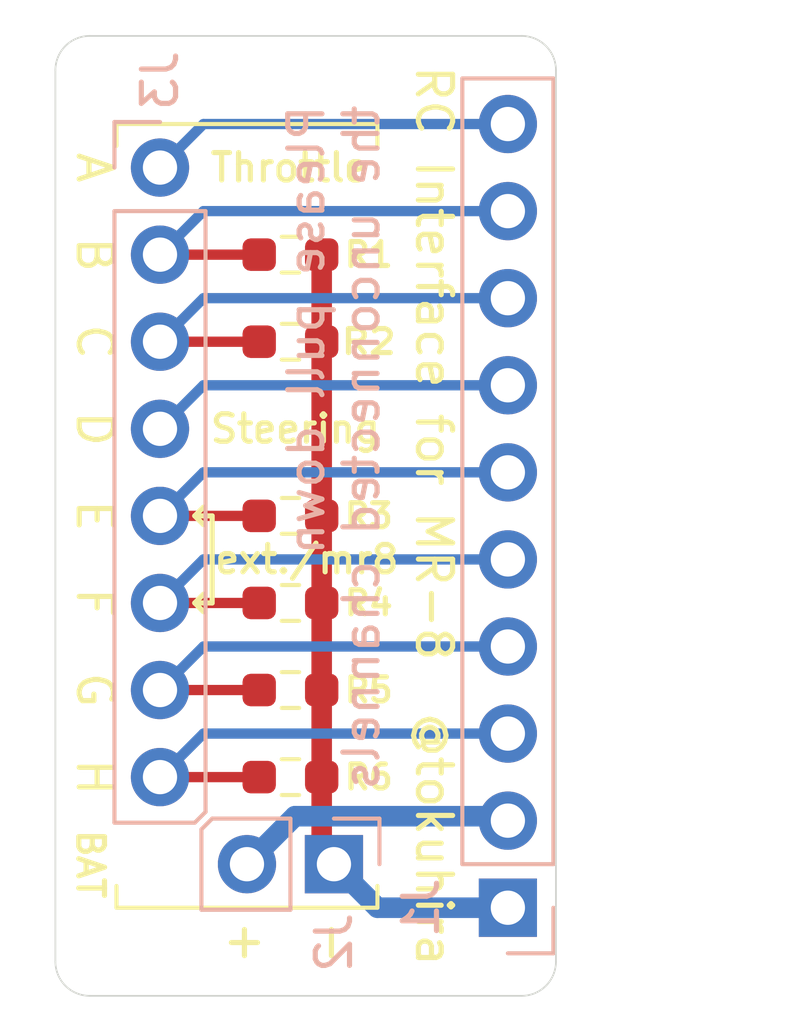
<source format=kicad_pcb>
(kicad_pcb (version 20221018) (generator pcbnew)
  (title_block (title "MR-8 Gender Changer") (date "2021-10-05") (rev "1") (company "@tokuhira"))
  (layers (0 "F.Cu" signal) (31 "B.Cu" signal) (34 "B.Paste" user) (35 "F.Paste" user) (36 "B.SilkS" user "B.Silkscreen") (37 "F.SilkS" user "F.Silkscreen") (38 "B.Mask" user) (39 "F.Mask" user) (44 "Edge.Cuts" user))
  (net 0 "")
  (net 1 "/PWM_A")
  (net 2 "/PWM_B")
  (net 3 "/PWM_C")
  (net 4 "/PWM_D")
  (net 5 "/PWM_E")
  (net 6 "/PWM_F")
  (net 7 "/PWM_G")
  (net 8 "/PWM_H")
  (net 9 "+V_VEH")
  (net 10 "GND")
  (footprint "Resistor_SMD:R_0603_1608Metric_Pad0.98x0.95mm_HandSolder" (layer "F.Cu") (at 157.48 86.63)
    (fp_text reference "R1" (at 2.286 0) (layer "F.SilkS") (effects (font (size 0.7 0.7))))
    (fp_text value "10k DNF")
    (fp_line (start -0.254724 -0.5225) (end 0.254724 -0.5225) (stroke (width 0.12)) (layer "F.SilkS"))
    (fp_line (start -0.254724 0.5225) (end 0.254724 0.5225) (stroke (width 0.12)) (layer "F.SilkS"))
    (pad "1" smd roundrect (at -0.9125 0) (size 0.975 0.95) (layers "F.Cu" "F.Paste" "F.Mask") (net 2 "/PWM_B"))
    (pad "2" smd roundrect (at 0.9125 0) (size 0.975 0.95) (layers "F.Cu" "F.Paste" "F.Mask") (net 10 "GND"))
  )
  (footprint "Resistor_SMD:R_0603_1608Metric_Pad0.98x0.95mm_HandSolder" (layer "F.Cu") (at 157.48 89.17)
    (fp_text reference "R2" (at 2.286 0) (layer "F.SilkS") (effects (font (size 0.7 0.8))))
    (fp_text value "10k DNF")
    (fp_line (start -0.254724 -0.5225) (end 0.254724 -0.5225) (stroke (width 0.12)) (layer "F.SilkS"))
    (fp_line (start -0.254724 0.5225) (end 0.254724 0.5225) (stroke (width 0.12)) (layer "F.SilkS"))
    (pad "1" smd roundrect (at -0.9125 0) (size 0.975 0.95) (layers "F.Cu" "F.Paste" "F.Mask") (net 3 "/PWM_C"))
    (pad "2" smd roundrect (at 0.9125 0) (size 0.975 0.95) (layers "F.Cu" "F.Paste" "F.Mask") (net 10 "GND"))
  )
  (footprint "Resistor_SMD:R_0603_1608Metric_Pad0.98x0.95mm_HandSolder" (layer "F.Cu") (at 157.48 94.25)
    (fp_text reference "R3" (at 2.286 0) (layer "F.SilkS") (effects (font (size 0.7 0.7))))
    (fp_text value "10k DNF")
    (fp_line (start -0.254724 -0.5225) (end 0.254724 -0.5225) (stroke (width 0.12)) (layer "F.SilkS"))
    (fp_line (start -0.254724 0.5225) (end 0.254724 0.5225) (stroke (width 0.12)) (layer "F.SilkS"))
    (pad "1" smd roundrect (at -0.9125 0) (size 0.975 0.95) (layers "F.Cu" "F.Paste" "F.Mask") (net 5 "/PWM_E"))
    (pad "2" smd roundrect (at 0.9125 0) (size 0.975 0.95) (layers "F.Cu" "F.Paste" "F.Mask") (net 10 "GND"))
  )
  (footprint "Resistor_SMD:R_0603_1608Metric_Pad0.98x0.95mm_HandSolder" (layer "F.Cu") (at 157.48 96.79)
    (fp_text reference "R4" (at 2.286 0) (layer "F.SilkS") (effects (font (size 0.7 0.7))))
    (fp_text value "10k DNF")
    (fp_line (start -0.254724 -0.5225) (end 0.254724 -0.5225) (stroke (width 0.12)) (layer "F.SilkS"))
    (fp_line (start -0.254724 0.5225) (end 0.254724 0.5225) (stroke (width 0.12)) (layer "F.SilkS"))
    (pad "1" smd roundrect (at -0.9125 0) (size 0.975 0.95) (layers "F.Cu" "F.Paste" "F.Mask") (net 6 "/PWM_F"))
    (pad "2" smd roundrect (at 0.9125 0) (size 0.975 0.95) (layers "F.Cu" "F.Paste" "F.Mask") (net 10 "GND"))
  )
  (footprint "Resistor_SMD:R_0603_1608Metric_Pad0.98x0.95mm_HandSolder" (layer "F.Cu") (at 157.48 99.33)
    (fp_text reference "R5" (at 2.286 0) (layer "F.SilkS") (effects (font (size 0.7 0.7))))
    (fp_text value "10k DNF")
    (fp_line (start -0.254724 -0.5225) (end 0.254724 -0.5225) (stroke (width 0.12)) (layer "F.SilkS"))
    (fp_line (start -0.254724 0.5225) (end 0.254724 0.5225) (stroke (width 0.12)) (layer "F.SilkS"))
    (pad "1" smd roundrect (at -0.9125 0) (size 0.975 0.95) (layers "F.Cu" "F.Paste" "F.Mask") (net 7 "/PWM_G"))
    (pad "2" smd roundrect (at 0.9125 0) (size 0.975 0.95) (layers "F.Cu" "F.Paste" "F.Mask") (net 10 "GND"))
  )
  (footprint "Resistor_SMD:R_0603_1608Metric_Pad0.98x0.95mm_HandSolder" (layer "F.Cu") (at 157.48 101.87)
    (fp_text reference "R6" (at 2.286 0) (layer "F.SilkS") (effects (font (size 0.7 0.7))))
    (fp_text value "10k DNF")
    (fp_line (start -0.254724 -0.5225) (end 0.254724 -0.5225) (stroke (width 0.12)) (layer "F.SilkS"))
    (fp_line (start -0.254724 0.5225) (end 0.254724 0.5225) (stroke (width 0.12)) (layer "F.SilkS"))
    (pad "1" smd roundrect (at -0.9125 0) (size 0.975 0.95) (layers "F.Cu" "F.Paste" "F.Mask") (net 8 "/PWM_H"))
    (pad "2" smd roundrect (at 0.9125 0) (size 0.975 0.95) (layers "F.Cu" "F.Paste" "F.Mask") (net 10 "GND"))
  )
  (footprint "Connector_PinSocket_2.54mm:PinSocket_1x10_P2.54mm_Vertical" (layer "B.Cu") (at 163.83 105.68)
    (fp_text reference "J1" (at -2.54 0 90) (layer "B.SilkS") (effects (justify mirror)))
    (fp_text value "Conn_02x05_Odd_Even")
    (fp_line (start -1.33 -24.19) (end 1.33 -24.19) (stroke (width 0.12)) (layer "B.SilkS"))
    (fp_line (start -1.33 -1.27) (end -1.33 -24.19) (stroke (width 0.12)) (layer "B.SilkS"))
    (fp_line (start -1.33 -1.27) (end 1.33 -1.27) (stroke (width 0.12)) (layer "B.SilkS"))
    (fp_line (start 0 1.33) (end 1.33 1.33) (stroke (width 0.12)) (layer "B.SilkS"))
    (fp_line (start 1.33 -1.27) (end 1.33 -24.19) (stroke (width 0.12)) (layer "B.SilkS"))
    (fp_line (start 1.33 1.33) (end 1.33 0) (stroke (width 0.12)) (layer "B.SilkS"))
    (pad "1" thru_hole rect (at 0 0) (size 1.7 1.7) (drill 1) (layers "*.Cu" "*.Mask") (net 10 "GND"))
    (pad "2" thru_hole oval (at 0 -2.54) (size 1.7 1.7) (drill 1) (layers "*.Cu" "*.Mask") (net 9 "+V_VEH"))
    (pad "3" thru_hole oval (at 0 -5.08) (size 1.7 1.7) (drill 1) (layers "*.Cu" "*.Mask") (net 8 "/PWM_H"))
    (pad "4" thru_hole oval (at 0 -7.62) (size 1.7 1.7) (drill 1) (layers "*.Cu" "*.Mask") (net 7 "/PWM_G"))
    (pad "5" thru_hole oval (at 0 -10.16) (size 1.7 1.7) (drill 1) (layers "*.Cu" "*.Mask") (net 6 "/PWM_F"))
    (pad "6" thru_hole oval (at 0 -12.7) (size 1.7 1.7) (drill 1) (layers "*.Cu" "*.Mask") (net 5 "/PWM_E"))
    (pad "7" thru_hole oval (at 0 -15.24) (size 1.7 1.7) (drill 1) (layers "*.Cu" "*.Mask") (net 4 "/PWM_D"))
    (pad "8" thru_hole oval (at 0 -17.78) (size 1.7 1.7) (drill 1) (layers "*.Cu" "*.Mask") (net 3 "/PWM_C"))
    (pad "9" thru_hole oval (at 0 -20.32) (size 1.7 1.7) (drill 1) (layers "*.Cu" "*.Mask") (net 2 "/PWM_B"))
    (pad "10" thru_hole oval (at 0 -22.86) (size 1.7 1.7) (drill 1) (layers "*.Cu" "*.Mask") (net 1 "/PWM_A"))
  )
  (footprint "Connector_PinSocket_2.54mm:PinSocket_1x02_P2.54mm_Vertical" (layer "B.Cu") (at 158.75 104.41 90)
    (fp_text reference "J2" (at -2.286 0 90) (layer "B.SilkS") (effects (justify mirror)))
    (fp_text value "Conn_01x02")
    (fp_line (start -1.33 -3.87) (end 1.016 -3.87) (stroke (width 0.12)) (layer "B.SilkS"))
    (fp_line (start -1.33 -1.27) (end -1.33 -3.87) (stroke (width 0.12)) (layer "B.SilkS"))
    (fp_line (start -1.33 -1.27) (end 1.33 -1.27) (stroke (width 0.12)) (layer "B.SilkS"))
    (fp_line (start 0 1.33) (end 1.33 1.33) (stroke (width 0.12)) (layer "B.SilkS"))
    (fp_line (start 1.33 -3.556) (end 1.016 -3.87) (stroke (width 0.12)) (layer "B.SilkS"))
    (fp_line (start 1.33 -1.27) (end 1.33 -3.556) (stroke (width 0.12)) (layer "B.SilkS"))
    (fp_line (start 1.33 1.33) (end 1.33 0) (stroke (width 0.12)) (layer "B.SilkS"))
    (pad "1" thru_hole rect (at 0 0 90) (size 1.7 1.7) (drill 1) (layers "*.Cu" "*.Mask") (net 10 "GND"))
    (pad "2" thru_hole oval (at 0 -2.54 90) (size 1.7 1.7) (drill 1) (layers "*.Cu" "*.Mask") (net 9 "+V_VEH"))
  )
  (footprint "Connector_PinSocket_2.54mm:PinSocket_1x08_P2.54mm_Vertical" (layer "B.Cu") (at 153.67 84.09 180)
    (fp_text reference "J3" (at 0 2.54 270) (layer "B.SilkS") (effects (justify mirror)))
    (fp_text value "Conn_01x08")
    (fp_line (start -1.33 -18.796) (end -1.016 -19.11) (stroke (width 0.12)) (layer "B.SilkS"))
    (fp_line (start -1.33 -1.27) (end -1.33 -18.796) (stroke (width 0.12)) (layer "B.SilkS"))
    (fp_line (start -1.33 -1.27) (end 1.33 -1.27) (stroke (width 0.12)) (layer "B.SilkS"))
    (fp_line (start -1.016 -19.11) (end 1.33 -19.11) (stroke (width 0.12)) (layer "B.SilkS"))
    (fp_line (start 0 1.33) (end 1.33 1.33) (stroke (width 0.12)) (layer "B.SilkS"))
    (fp_line (start 1.33 -1.27) (end 1.33 -19.11) (stroke (width 0.12)) (layer "B.SilkS"))
    (fp_line (start 1.33 1.33) (end 1.33 0) (stroke (width 0.12)) (layer "B.SilkS"))
    (pad "1" thru_hole circle (at 0 0 180) (size 1.7 1.7) (drill 1) (layers "*.Cu" "*.Mask") (net 1 "/PWM_A"))
    (pad "2" thru_hole circle (at 0 -2.54 180) (size 1.7 1.7) (drill 1) (layers "*.Cu" "*.Mask") (net 2 "/PWM_B"))
    (pad "3" thru_hole circle (at 0 -5.08 180) (size 1.7 1.7) (drill 1) (layers "*.Cu" "*.Mask") (net 3 "/PWM_C"))
    (pad "4" thru_hole circle (at 0 -7.62 180) (size 1.7 1.7) (drill 1) (layers "*.Cu" "*.Mask") (net 4 "/PWM_D"))
    (pad "5" thru_hole circle (at 0 -10.16 180) (size 1.7 1.7) (drill 1) (layers "*.Cu" "*.Mask") (net 5 "/PWM_E"))
    (pad "6" thru_hole circle (at 0 -12.7 180) (size 1.7 1.7) (drill 1) (layers "*.Cu" "*.Mask") (net 6 "/PWM_F"))
    (pad "7" thru_hole circle (at 0 -15.24 180) (size 1.7 1.7) (drill 1) (layers "*.Cu" "*.Mask") (net 7 "/PWM_G"))
    (pad "8" thru_hole circle (at 0 -17.78 180) (size 1.7 1.7) (drill 1) (layers "*.Cu" "*.Mask") (net 8 "/PWM_H"))
  )
  (gr_line (start 155.194 94.25) (end 154.686 94.25) (stroke (width 0.15)) (layer "F.SilkS"))
  (gr_line (start 155.194 96.79) (end 155.194 94.25) (stroke (width 0.15)) (layer "F.SilkS"))
  (gr_line (start 160.02 82.82) (end 160.02 83.455) (stroke (width 0.12)) (layer "F.SilkS"))
  (gr_line (start 154.686 96.79) (end 154.94 96.536) (stroke (width 0.15)) (layer "F.SilkS"))
  (gr_line (start 154.686 94.25) (end 154.94 93.996) (stroke (width 0.15)) (layer "F.SilkS"))
  (gr_line (start 152.4 105.68) (end 160.02 105.68) (stroke (width 0.12)) (layer "F.SilkS"))
  (gr_line (start 152.4 82.82) (end 160.02 82.82) (stroke (width 0.12)) (layer "F.SilkS"))
  (gr_line (start 154.686 94.25) (end 154.94 94.504) (stroke (width 0.15)) (layer "F.SilkS"))
  (gr_line (start 152.4 83.455) (end 152.4 82.82) (stroke (width 0.12)) (layer "F.SilkS"))
  (gr_line (start 152.4 105.045) (end 152.4 105.68) (stroke (width 0.12)) (layer "F.SilkS"))
  (gr_line (start 160.02 105.68) (end 160.02 105.045) (stroke (width 0.12)) (layer "F.SilkS"))
  (gr_line (start 154.686 96.79) (end 155.194 96.79) (stroke (width 0.15)) (layer "F.SilkS"))
  (gr_line (start 154.686 96.79) (end 154.94 97.044) (stroke (width 0.15)) (layer "F.SilkS"))
  (gr_line (start 164.234 80.25) (end 151.615 80.25) (stroke (width 0.05)) (layer "Edge.Cuts"))
  (gr_line (start 151.615 108.25) (end 164.234 108.25) (stroke (width 0.05)) (layer "Edge.Cuts"))
  (gr_line (start 150.615 81.25) (end 150.615 107.25) (stroke (width 0.05)) (layer "Edge.Cuts"))
  (gr_arc (start 150.615 81.25) (mid 150.907893 80.542893) (end 151.615 80.25) (stroke (width 0.05)) (layer "Edge.Cuts"))
  (gr_arc (start 151.615 108.25) (mid 150.907893 107.957107) (end 150.615 107.25) (stroke (width 0.05)) (layer "Edge.Cuts"))
  (gr_line (start 165.234 107.25) (end 165.234 81.25) (stroke (width 0.05)) (layer "Edge.Cuts"))
  (gr_arc (start 164.234 80.25) (mid 164.941107 80.542893) (end 165.234 81.25) (stroke (width 0.05)) (layer "Edge.Cuts"))
  (gr_arc (start 165.234 107.25) (mid 164.941107 107.957107) (end 164.234 108.25) (stroke (width 0.05)) (layer "Edge.Cuts"))
  (gr_text "Please pull down\nthe unconnected channels" (at 158.75 82.185 90) (layer "B.SilkS") (effects (font (size 1 1)) (justify left mirror)))
  (gr_text "B" (at 151.765 86.63 -90) (layer "F.SilkS") (effects (font (size 1 1))))
  (gr_text "C" (at 151.765 89.17 -90) (layer "F.SilkS") (effects (font (size 1 1))))
  (gr_text "D" (at 151.765 91.71 -90) (layer "F.SilkS") (effects (font (size 1 1))))
  (gr_text "E" (at 151.765 94.25 -90) (layer "F.SilkS") (effects (font (size 1 1))))
  (gr_text "F" (at 151.765 96.79 -90) (layer "F.SilkS") (effects (font (size 1 1))))
  (gr_text "G" (at 151.765 99.33 -90) (layer "F.SilkS") (effects (font (size 1 1))))
  (gr_text "H" (at 151.765 101.87 -90) (layer "F.SilkS") (effects (font (size 1 1))))
  (gr_text "+" (at 156.21 106.696 -90) (layer "F.SilkS") (effects (font (size 1 1))))
  (gr_text "-" (at 158.75 106.696 -90) (layer "F.SilkS") (effects (font (size 1 1))))
  (gr_text "RC Interface for MR-8  @tokuhira" (at 161.671 94.25 -90) (layer "F.SilkS") (effects (font (size 1 1))))
  (gr_text "Steering" (at 155.067 91.71) (layer "F.SilkS") (effects (font (size 0.8 0.8)) (justify left)))
  (gr_text "ext./mr8" (at 155.194 95.52) (layer "F.SilkS") (effects (font (size 0.8 0.8)) (justify left)))
  (gr_text "BAT" (at 151.638 104.41 -90) (layer "F.SilkS") (effects (font (size 0.75 0.75))))
  (gr_text "A" (at 151.765 84.09 270) (layer "F.SilkS") (effects (font (size 1 1))))
  (gr_text "Throttle" (at 155.067 84.09) (layer "F.SilkS") (effects (font (size 0.8 0.8)) (justify left)))
  (segment (start 154.94 82.82) (end 153.67 84.09) (width 0.3) (layer "B.Cu") (net 1))
  (segment (start 163.83 82.82) (end 154.94 82.82) (width 0.3) (layer "B.Cu") (net 1))
  (segment (start 153.67 86.63) (end 156.5675 86.63) (width 0.3) (layer "F.Cu") (net 2))
  (segment (start 163.83 85.36) (end 154.94 85.36) (width 0.3) (layer "B.Cu") (net 2))
  (segment (start 154.94 85.36) (end 153.67 86.63) (width 0.3) (layer "B.Cu") (net 2))
  (segment (start 153.67 89.17) (end 156.5675 89.17) (width 0.3) (layer "F.Cu") (net 3))
  (segment (start 154.94 87.9) (end 153.67 89.17) (width 0.3) (layer "B.Cu") (net 3))
  (segment (start 163.83 87.9) (end 154.94 87.9) (width 0.3) (layer "B.Cu") (net 3))
  (segment (start 163.83 90.44) (end 154.94 90.44) (width 0.3) (layer "B.Cu") (net 4))
  (segment (start 154.94 90.44) (end 153.67 91.71) (width 0.3) (layer "B.Cu") (net 4))
  (segment (start 153.67 94.25) (end 156.5675 94.25) (width 0.3) (layer "F.Cu") (net 5))
  (segment (start 154.94 92.98) (end 153.67 94.25) (width 0.3) (layer "B.Cu") (net 5))
  (segment (start 163.83 92.98) (end 154.94 92.98) (width 0.3) (layer "B.Cu") (net 5))
  (segment (start 153.67 96.79) (end 156.5675 96.79) (width 0.3) (layer "F.Cu") (net 6))
  (segment (start 154.94 95.52) (end 153.67 96.79) (width 0.3) (layer "B.Cu") (net 6))
  (segment (start 163.83 95.52) (end 154.94 95.52) (width 0.3) (layer "B.Cu") (net 6))
  (segment (start 153.67 99.33) (end 156.5675 99.33) (width 0.3) (layer "F.Cu") (net 7))
  (segment (start 163.83 98.06) (end 154.94 98.06) (width 0.3) (layer "B.Cu") (net 7))
  (segment (start 154.94 98.06) (end 153.67 99.33) (width 0.3) (layer "B.Cu") (net 7))
  (segment (start 153.67 101.87) (end 156.5675 101.87) (width 0.3) (layer "F.Cu") (net 8))
  (segment (start 163.83 100.6) (end 154.94 100.6) (width 0.3) (layer "B.Cu") (net 8))
  (segment (start 154.94 100.6) (end 153.67 101.87) (width 0.3) (layer "B.Cu") (net 8))
  (segment (start 157.610001 103.009999) (end 163.699999 103.009999) (width 0.6) (layer "B.Cu") (net 9))
  (segment (start 163.699999 103.009999) (end 163.83 103.14) (width 0.6) (layer "B.Cu") (net 9))
  (segment (start 156.21 104.41) (end 157.610001 103.009999) (width 0.6) (layer "B.Cu") (net 9))
  (segment (start 158.3925 101.87) (end 158.3925 104.0525) (width 0.6) (layer "F.Cu") (net 10))
  (segment (start 158.3925 96.79) (end 158.3925 94.25) (width 0.6) (layer "F.Cu") (net 10))
  (segment (start 158.3925 99.33) (end 158.3925 96.79) (width 0.6) (layer "F.Cu") (net 10))
  (segment (start 158.3925 104.0525) (end 158.75 104.41) (width 0.6) (layer "F.Cu") (net 10))
  (segment (start 158.3925 101.87) (end 158.3925 99.33) (width 0.6) (layer "F.Cu") (net 10))
  (segment (start 158.3925 94.25) (end 158.3925 89.17) (width 0.6) (layer "F.Cu") (net 10))
  (segment (start 158.3925 89.17) (end 158.3925 86.63) (width 0.6) (layer "F.Cu") (net 10))
  (segment (start 163.83 105.68) (end 160.02 105.68) (width 0.6) (layer "B.Cu") (net 10))
  (segment (start 160.02 105.68) (end 158.75 104.41) (width 0.6) (layer "B.Cu") (net 10))
)
</source>
